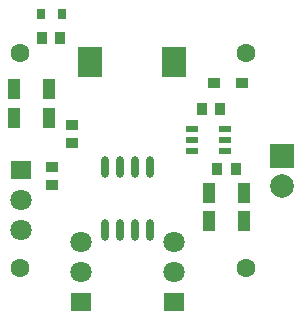
<source format=gbr>
%TF.GenerationSoftware,Altium Limited,Altium Designer,21.2.1 (34)*%
G04 Layer_Color=255*
%FSLAX26Y26*%
%MOIN*%
%TF.SameCoordinates,9B619AE5-86D3-421A-82E6-E0B3A417AA1F*%
%TF.FilePolarity,Positive*%
%TF.FileFunction,Pads,Top*%
%TF.Part,Single*%
G01*
G75*
%TA.AperFunction,SMDPad,CuDef*%
%ADD10R,0.036614X0.038583*%
%ADD11O,0.024803X0.073425*%
%ADD12R,0.038583X0.036614*%
%ADD13R,0.044488X0.070866*%
%ADD14R,0.039370X0.021654*%
%ADD15R,0.039370X0.032677*%
%ADD16R,0.078740X0.098425*%
%ADD17R,0.031496X0.037402*%
%TA.AperFunction,ComponentPad*%
%ADD22C,0.062992*%
%ADD23C,0.078740*%
%ADD24R,0.078740X0.078740*%
%ADD25R,0.070866X0.062000*%
%ADD26C,0.070866*%
D10*
X3864370Y2440000D02*
D03*
X3925000D02*
D03*
X3329370Y2675000D02*
D03*
X3390000D02*
D03*
X3975630Y2240000D02*
D03*
X3915000D02*
D03*
D11*
X3540000Y2035548D02*
D03*
X3590000D02*
D03*
X3640000D02*
D03*
X3690000D02*
D03*
X3540000Y2246768D02*
D03*
X3590000D02*
D03*
X3640000D02*
D03*
X3690000D02*
D03*
D12*
X3430000Y2385315D02*
D03*
Y2324685D02*
D03*
X3365000Y2184685D02*
D03*
Y2245315D02*
D03*
D13*
X4003661Y2065000D02*
D03*
X3886339D02*
D03*
X3236339Y2410000D02*
D03*
X3353661D02*
D03*
X4003661Y2160000D02*
D03*
X3886339D02*
D03*
X3353661Y2505000D02*
D03*
X3236339D02*
D03*
D14*
X3940123Y2297599D02*
D03*
Y2334997D02*
D03*
Y2372395D02*
D03*
X3829879D02*
D03*
Y2334997D02*
D03*
Y2297599D02*
D03*
D15*
X3996457Y2525000D02*
D03*
X3903543D02*
D03*
D16*
X3490236Y2595000D02*
D03*
X3769764D02*
D03*
D17*
X3326567Y2757000D02*
D03*
X3397433D02*
D03*
D22*
X4010000Y1908464D02*
D03*
Y2625000D02*
D03*
X3255275D02*
D03*
Y1908464D02*
D03*
D23*
X4129000Y2181000D02*
D03*
D24*
Y2281000D02*
D03*
D25*
X3460000Y1795000D02*
D03*
X3770000D02*
D03*
X3260000Y2235000D02*
D03*
D26*
X3460000Y1895000D02*
D03*
Y1995000D02*
D03*
X3770000Y1895000D02*
D03*
Y1995000D02*
D03*
X3260000Y2035000D02*
D03*
Y2135000D02*
D03*
%TF.MD5,957ef317576472c211e2c575f4f53e02*%
M02*

</source>
